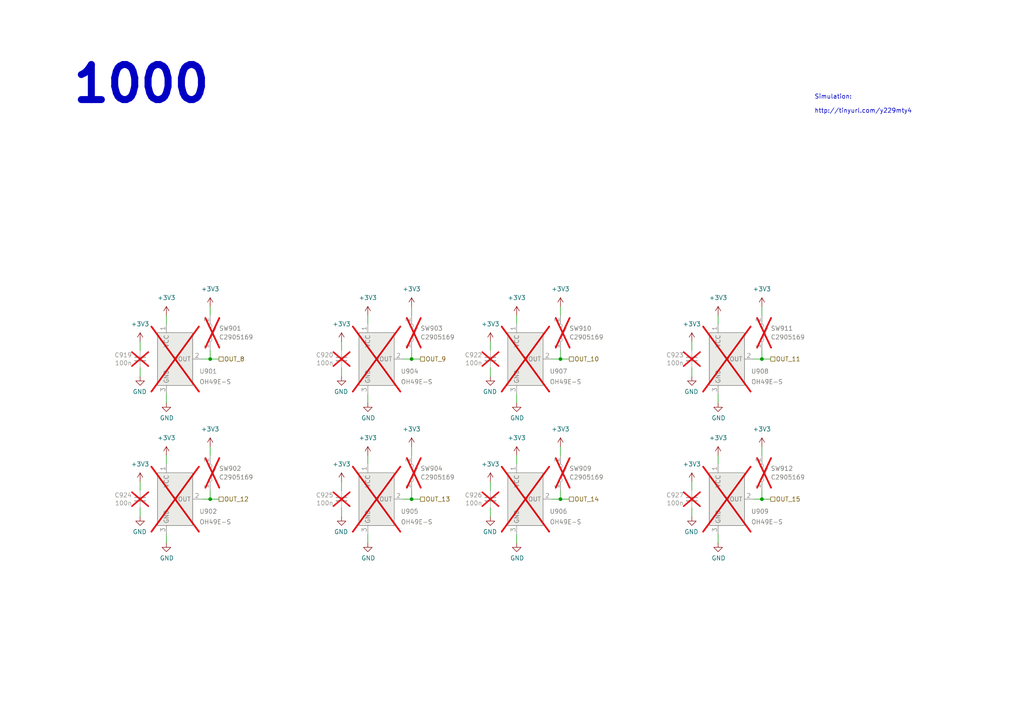
<source format=kicad_sch>
(kicad_sch (version 20250114) (generator "eeschema") (generator_version "9.0")
  (paper "A4")
  (lib_symbols
    (symbol "+3V3_1" (power) (pin_names (offset 0))
      (property "Value" "+3V3" (at 0 3.556 0))
      (symbol "+3V3_1_0_1"
        (polyline (pts (xy -0.762 1.27) (xy 0 2.54)))
        (polyline (pts (xy 0 2.54) (xy 0.762 1.27)))
        (polyline (pts (xy 0 0) (xy 0 2.54)))
      )
      (symbol "+3V3_1_1_1"
        (pin power_in line (at 0 0 90) (length 0) (hide yes) (name "+3V3") (number "1"))
      )
    )
    (symbol "+3V3_10" (power) (pin_names (offset 0))
      (property "Value" "+3V3" (at 0 3.556 0))
      (symbol "+3V3_10_0_1"
        (polyline (pts (xy -0.762 1.27) (xy 0 2.54)))
        (polyline (pts (xy 0 2.54) (xy 0.762 1.27)))
        (polyline (pts (xy 0 0) (xy 0 2.54)))
      )
      (symbol "+3V3_10_1_1"
        (pin power_in line (at 0 0 90) (length 0) (hide yes) (name "+3V3") (number "1"))
      )
    )
    (symbol "+3V3_11" (power) (pin_names (offset 0))
      (property "Value" "+3V3" (at 0 3.556 0))
      (symbol "+3V3_11_0_1"
        (polyline (pts (xy -0.762 1.27) (xy 0 2.54)))
        (polyline (pts (xy 0 2.54) (xy 0.762 1.27)))
        (polyline (pts (xy 0 0) (xy 0 2.54)))
      )
      (symbol "+3V3_11_1_1"
        (pin power_in line (at 0 0 90) (length 0) (hide yes) (name "+3V3") (number "1"))
      )
    )
    (symbol "+3V3_12" (power) (pin_names (offset 0))
      (property "Value" "+3V3" (at 0 3.556 0))
      (symbol "+3V3_12_0_1"
        (polyline (pts (xy -0.762 1.27) (xy 0 2.54)))
        (polyline (pts (xy 0 2.54) (xy 0.762 1.27)))
        (polyline (pts (xy 0 0) (xy 0 2.54)))
      )
      (symbol "+3V3_12_1_1"
        (pin power_in line (at 0 0 90) (length 0) (hide yes) (name "+3V3") (number "1"))
      )
    )
    (symbol "+3V3_13" (power) (pin_names (offset 0))
      (property "Value" "+3V3" (at 0 3.556 0))
      (symbol "+3V3_13_0_1"
        (polyline (pts (xy -0.762 1.27) (xy 0 2.54)))
        (polyline (pts (xy 0 2.54) (xy 0.762 1.27)))
        (polyline (pts (xy 0 0) (xy 0 2.54)))
      )
      (symbol "+3V3_13_1_1"
        (pin power_in line (at 0 0 90) (length 0) (hide yes) (name "+3V3") (number "1"))
      )
    )
    (symbol "+3V3_14" (power) (pin_names (offset 0))
      (property "Value" "+3V3" (at 0 3.556 0))
      (symbol "+3V3_14_0_1"
        (polyline (pts (xy -0.762 1.27) (xy 0 2.54)))
        (polyline (pts (xy 0 2.54) (xy 0.762 1.27)))
        (polyline (pts (xy 0 0) (xy 0 2.54)))
      )
      (symbol "+3V3_14_1_1"
        (pin power_in line (at 0 0 90) (length 0) (hide yes) (name "+3V3") (number "1"))
      )
    )
    (symbol "+3V3_15" (power) (pin_names (offset 0))
      (property "Value" "+3V3" (at 0 3.556 0))
      (symbol "+3V3_15_0_1"
        (polyline (pts (xy -0.762 1.27) (xy 0 2.54)))
        (polyline (pts (xy 0 2.54) (xy 0.762 1.27)))
        (polyline (pts (xy 0 0) (xy 0 2.54)))
      )
      (symbol "+3V3_15_1_1"
        (pin power_in line (at 0 0 90) (length 0) (hide yes) (name "+3V3") (number "1"))
      )
    )
    (symbol "+3V3_16" (power) (pin_names (offset 0))
      (property "Value" "+3V3" (at 0 3.556 0))
      (symbol "+3V3_16_0_1"
        (polyline (pts (xy -0.762 1.27) (xy 0 2.54)))
        (polyline (pts (xy 0 2.54) (xy 0.762 1.27)))
        (polyline (pts (xy 0 0) (xy 0 2.54)))
      )
      (symbol "+3V3_16_1_1"
        (pin power_in line (at 0 0 90) (length 0) (hide yes) (name "+3V3") (number "1"))
      )
    )
    (symbol "+3V3_17" (power) (pin_names (offset 0))
      (property "Value" "+3V3" (at 0 3.556 0))
      (symbol "+3V3_17_0_1"
        (polyline (pts (xy -0.762 1.27) (xy 0 2.54)))
        (polyline (pts (xy 0 2.54) (xy 0.762 1.27)))
        (polyline (pts (xy 0 0) (xy 0 2.54)))
      )
      (symbol "+3V3_17_1_1"
        (pin power_in line (at 0 0 90) (length 0) (hide yes) (name "+3V3") (number "1"))
      )
    )
    (symbol "+3V3_18" (power) (pin_names (offset 0))
      (property "Value" "+3V3" (at 0 3.556 0))
      (symbol "+3V3_18_0_1"
        (polyline (pts (xy -0.762 1.27) (xy 0 2.54)))
        (polyline (pts (xy 0 2.54) (xy 0.762 1.27)))
        (polyline (pts (xy 0 0) (xy 0 2.54)))
      )
      (symbol "+3V3_18_1_1"
        (pin power_in line (at 0 0 90) (length 0) (hide yes) (name "+3V3") (number "1"))
      )
    )
    (symbol "+3V3_19" (power) (pin_names (offset 0))
      (property "Value" "+3V3" (at 0 3.556 0))
      (symbol "+3V3_19_0_1"
        (polyline (pts (xy -0.762 1.27) (xy 0 2.54)))
        (polyline (pts (xy 0 2.54) (xy 0.762 1.27)))
        (polyline (pts (xy 0 0) (xy 0 2.54)))
      )
      (symbol "+3V3_19_1_1"
        (pin power_in line (at 0 0 90) (length 0) (hide yes) (name "+3V3") (number "1"))
      )
    )
    (symbol "+3V3_2" (power) (pin_names (offset 0))
      (property "Value" "+3V3" (at 0 3.556 0))
      (symbol "+3V3_2_0_1"
        (polyline (pts (xy -0.762 1.27) (xy 0 2.54)))
        (polyline (pts (xy 0 2.54) (xy 0.762 1.27)))
        (polyline (pts (xy 0 0) (xy 0 2.54)))
      )
      (symbol "+3V3_2_1_1"
        (pin power_in line (at 0 0 90) (length 0) (hide yes) (name "+3V3") (number "1"))
      )
    )
    (symbol "+3V3_20" (power) (pin_names (offset 0))
      (property "Value" "+3V3" (at 0 3.556 0))
      (symbol "+3V3_20_0_1"
        (polyline (pts (xy -0.762 1.27) (xy 0 2.54)))
        (polyline (pts (xy 0 2.54) (xy 0.762 1.27)))
        (polyline (pts (xy 0 0) (xy 0 2.54)))
      )
      (symbol "+3V3_20_1_1"
        (pin power_in line (at 0 0 90) (length 0) (hide yes) (name "+3V3") (number "1"))
      )
    )
    (symbol "+3V3_21" (power) (pin_names (offset 0))
      (property "Value" "+3V3" (at 0 3.556 0))
      (symbol "+3V3_21_0_1"
        (polyline (pts (xy -0.762 1.27) (xy 0 2.54)))
        (polyline (pts (xy 0 2.54) (xy 0.762 1.27)))
        (polyline (pts (xy 0 0) (xy 0 2.54)))
      )
      (symbol "+3V3_21_1_1"
        (pin power_in line (at 0 0 90) (length 0) (hide yes) (name "+3V3") (number "1"))
      )
    )
    (symbol "+3V3_22" (power) (pin_names (offset 0))
      (property "Value" "+3V3" (at 0 3.556 0))
      (symbol "+3V3_22_0_1"
        (polyline (pts (xy -0.762 1.27) (xy 0 2.54)))
        (polyline (pts (xy 0 2.54) (xy 0.762 1.27)))
        (polyline (pts (xy 0 0) (xy 0 2.54)))
      )
      (symbol "+3V3_22_1_1"
        (pin power_in line (at 0 0 90) (length 0) (hide yes) (name "+3V3") (number "1"))
      )
    )
    (symbol "+3V3_23" (power) (pin_names (offset 0))
      (property "Value" "+3V3" (at 0 3.556 0))
      (symbol "+3V3_23_0_1"
        (polyline (pts (xy -0.762 1.27) (xy 0 2.54)))
        (polyline (pts (xy 0 2.54) (xy 0.762 1.27)))
        (polyline (pts (xy 0 0) (xy 0 2.54)))
      )
      (symbol "+3V3_23_1_1"
        (pin power_in line (at 0 0 90) (length 0) (hide yes) (name "+3V3") (number "1"))
      )
    )
    (symbol "+3V3_3" (power) (pin_names (offset 0))
      (property "Value" "+3V3" (at 0 3.556 0))
      (symbol "+3V3_3_0_1"
        (polyline (pts (xy -0.762 1.27) (xy 0 2.54)))
        (polyline (pts (xy 0 2.54) (xy 0.762 1.27)))
        (polyline (pts (xy 0 0) (xy 0 2.54)))
      )
      (symbol "+3V3_3_1_1"
        (pin power_in line (at 0 0 90) (length 0) (hide yes) (name "+3V3") (number "1"))
      )
    )
    (symbol "+3V3_4" (power) (pin_names (offset 0))
      (property "Value" "+3V3" (at 0 3.556 0))
      (symbol "+3V3_4_0_1"
        (polyline (pts (xy -0.762 1.27) (xy 0 2.54)))
        (polyline (pts (xy 0 2.54) (xy 0.762 1.27)))
        (polyline (pts (xy 0 0) (xy 0 2.54)))
      )
      (symbol "+3V3_4_1_1"
        (pin power_in line (at 0 0 90) (length 0) (hide yes) (name "+3V3") (number "1"))
      )
    )
    (symbol "+3V3_5" (power) (pin_names (offset 0))
      (property "Value" "+3V3" (at 0 3.556 0))
      (symbol "+3V3_5_0_1"
        (polyline (pts (xy -0.762 1.27) (xy 0 2.54)))
        (polyline (pts (xy 0 2.54) (xy 0.762 1.27)))
        (polyline (pts (xy 0 0) (xy 0 2.54)))
      )
      (symbol "+3V3_5_1_1"
        (pin power_in line (at 0 0 90) (length 0) (hide yes) (name "+3V3") (number "1"))
      )
    )
    (symbol "+3V3_6" (power) (pin_names (offset 0))
      (property "Value" "+3V3" (at 0 3.556 0))
      (symbol "+3V3_6_0_1"
        (polyline (pts (xy -0.762 1.27) (xy 0 2.54)))
        (polyline (pts (xy 0 2.54) (xy 0.762 1.27)))
        (polyline (pts (xy 0 0) (xy 0 2.54)))
      )
      (symbol "+3V3_6_1_1"
        (pin power_in line (at 0 0 90) (length 0) (hide yes) (name "+3V3") (number "1"))
      )
    )
    (symbol "+3V3_7" (power) (pin_names (offset 0))
      (property "Value" "+3V3" (at 0 3.556 0))
      (symbol "+3V3_7_0_1"
        (polyline (pts (xy -0.762 1.27) (xy 0 2.54)))
        (polyline (pts (xy 0 2.54) (xy 0.762 1.27)))
        (polyline (pts (xy 0 0) (xy 0 2.54)))
      )
      (symbol "+3V3_7_1_1"
        (pin power_in line (at 0 0 90) (length 0) (hide yes) (name "+3V3") (number "1"))
      )
    )
    (symbol "+3V3_8" (power) (pin_names (offset 0))
      (property "Value" "+3V3" (at 0 3.556 0))
      (symbol "+3V3_8_0_1"
        (polyline (pts (xy -0.762 1.27) (xy 0 2.54)))
        (polyline (pts (xy 0 2.54) (xy 0.762 1.27)))
        (polyline (pts (xy 0 0) (xy 0 2.54)))
      )
      (symbol "+3V3_8_1_1"
        (pin power_in line (at 0 0 90) (length 0) (hide yes) (name "+3V3") (number "1"))
      )
    )
    (symbol "+3V3_9" (power) (pin_names (offset 0))
      (property "Value" "+3V3" (at 0 3.556 0))
      (symbol "+3V3_9_0_1"
        (polyline (pts (xy -0.762 1.27) (xy 0 2.54)))
        (polyline (pts (xy 0 2.54) (xy 0.762 1.27)))
        (polyline (pts (xy 0 0) (xy 0 2.54)))
      )
      (symbol "+3V3_9_1_1"
        (pin power_in line (at 0 0 90) (length 0) (hide yes) (name "+3V3") (number "1"))
      )
    )
    (symbol "CAP_1" (pin_numbers (hide yes)) (pin_names (offset 0.254) (hide yes))
      (property "Reference" "C" (at 0.254 1.778 0))
      (symbol "CAP_1_0_1"
        (polyline (pts (xy -1.524 0.508) (xy 1.524 0.508)) (stroke (width 0.3048)))
        (polyline (pts (xy -1.524 -0.508) (xy 1.524 -0.508)) (stroke (width 0.3302)))
      )
      (symbol "CAP_1_1_1"
        (pin passive line (at 0 2.54 270) (length 2.032) (name "~") (number "1"))
        (pin passive line (at 0 -2.54 90) (length 2.032) (name "~") (number "2"))
      )
    )
    (symbol "CAP_2" (pin_numbers (hide yes)) (pin_names (offset 0.254) (hide yes))
      (property "Reference" "C" (at 0.254 1.778 0))
      (symbol "CAP_2_0_1"
        (polyline (pts (xy -1.524 0.508) (xy 1.524 0.508)) (stroke (width 0.3048)))
        (polyline (pts (xy -1.524 -0.508) (xy 1.524 -0.508)) (stroke (width 0.3302)))
      )
      (symbol "CAP_2_1_1"
        (pin passive line (at 0 2.54 270) (length 2.032) (name "~") (number "1"))
        (pin passive line (at 0 -2.54 90) (length 2.032) (name "~") (number "2"))
      )
    )
    (symbol "CAP_3" (pin_numbers (hide yes)) (pin_names (offset 0.254) (hide yes))
      (property "Reference" "C" (at 0.254 1.778 0))
      (symbol "CAP_3_0_1"
        (polyline (pts (xy -1.524 0.508) (xy 1.524 0.508)) (stroke (width 0.3048)))
        (polyline (pts (xy -1.524 -0.508) (xy 1.524 -0.508)) (stroke (width 0.3302)))
      )
      (symbol "CAP_3_1_1"
        (pin passive line (at 0 2.54 270) (length 2.032) (name "~") (number "1"))
        (pin passive line (at 0 -2.54 90) (length 2.032) (name "~") (number "2"))
      )
    )
    (symbol "CAP_4" (pin_numbers (hide yes)) (pin_names (offset 0.254) (hide yes))
      (property "Reference" "C" (at 0.254 1.778 0))
      (symbol "CAP_4_0_1"
        (polyline (pts (xy -1.524 0.508) (xy 1.524 0.508)) (stroke (width 0.3048)))
        (polyline (pts (xy -1.524 -0.508) (xy 1.524 -0.508)) (stroke (width 0.3302)))
      )
      (symbol "CAP_4_1_1"
        (pin passive line (at 0 2.54 270) (length 2.032) (name "~") (number "1"))
        (pin passive line (at 0 -2.54 90) (length 2.032) (name "~") (number "2"))
      )
    )
    (symbol "CAP_5" (pin_numbers (hide yes)) (pin_names (offset 0.254) (hide yes))
      (property "Reference" "C" (at 0.254 1.778 0))
      (symbol "CAP_5_0_1"
        (polyline (pts (xy -1.524 0.508) (xy 1.524 0.508)) (stroke (width 0.3048)))
        (polyline (pts (xy -1.524 -0.508) (xy 1.524 -0.508)) (stroke (width 0.3302)))
      )
      (symbol "CAP_5_1_1"
        (pin passive line (at 0 2.54 270) (length 2.032) (name "~") (number "1"))
        (pin passive line (at 0 -2.54 90) (length 2.032) (name "~") (number "2"))
      )
    )
    (symbol "CAP_6" (pin_numbers (hide yes)) (pin_names (offset 0.254) (hide yes))
      (property "Reference" "C" (at 0.254 1.778 0))
      (symbol "CAP_6_0_1"
        (polyline (pts (xy -1.524 0.508) (xy 1.524 0.508)) (stroke (width 0.3048)))
        (polyline (pts (xy -1.524 -0.508) (xy 1.524 -0.508)) (stroke (width 0.3302)))
      )
      (symbol "CAP_6_1_1"
        (pin passive line (at 0 2.54 270) (length 2.032) (name "~") (number "1"))
        (pin passive line (at 0 -2.54 90) (length 2.032) (name "~") (number "2"))
      )
    )
    (symbol "CAP_7" (pin_numbers (hide yes)) (pin_names (offset 0.254) (hide yes))
      (property "Reference" "C" (at 0.254 1.778 0))
      (symbol "CAP_7_0_1"
        (polyline (pts (xy -1.524 0.508) (xy 1.524 0.508)) (stroke (width 0.3048)))
        (polyline (pts (xy -1.524 -0.508) (xy 1.524 -0.508)) (stroke (width 0.3302)))
      )
      (symbol "CAP_7_1_1"
        (pin passive line (at 0 2.54 270) (length 2.032) (name "~") (number "1"))
        (pin passive line (at 0 -2.54 90) (length 2.032) (name "~") (number "2"))
      )
    )
    (symbol "GND_1" (power) (pin_names (offset 0))
      (property "Value" "GND" (at 0 -3.81 0))
      (symbol "GND_1_0_1"
        (polyline (pts (xy 0 0) (xy 0 -1.27) (xy 1.27 -1.27) (xy 0 -2.54) (xy -1.27 -1.27) (xy 0 -1.27)))
      )
      (symbol "GND_1_1_1"
        (pin power_in line (at 0 0 270) (length 0) (hide yes) (name "GND") (number "1"))
      )
    )
    (symbol "GND_10" (power) (pin_names (offset 0))
      (property "Value" "GND" (at 0 -3.81 0))
      (symbol "GND_10_0_1"
        (polyline (pts (xy 0 0) (xy 0 -1.27) (xy 1.27 -1.27) (xy 0 -2.54) (xy -1.27 -1.27) (xy 0 -1.27)))
      )
      (symbol "GND_10_1_1"
        (pin power_in line (at 0 0 270) (length 0) (hide yes) (name "GND") (number "1"))
      )
    )
    (symbol "GND_11" (power) (pin_names (offset 0))
      (property "Value" "GND" (at 0 -3.81 0))
      (symbol "GND_11_0_1"
        (polyline (pts (xy 0 0) (xy 0 -1.27) (xy 1.27 -1.27) (xy 0 -2.54) (xy -1.27 -1.27) (xy 0 -1.27)))
      )
      (symbol "GND_11_1_1"
        (pin power_in line (at 0 0 270) (length 0) (hide yes) (name "GND") (number "1"))
      )
    )
    (symbol "GND_12" (power) (pin_names (offset 0))
      (property "Value" "GND" (at 0 -3.81 0))
      (symbol "GND_12_0_1"
        (polyline (pts (xy 0 0) (xy 0 -1.27) (xy 1.27 -1.27) (xy 0 -2.54) (xy -1.27 -1.27) (xy 0 -1.27)))
      )
      (symbol "GND_12_1_1"
        (pin power_in line (at 0 0 270) (length 0) (hide yes) (name "GND") (number "1"))
      )
    )
    (symbol "GND_13" (power) (pin_names (offset 0))
      (property "Value" "GND" (at 0 -3.81 0))
      (symbol "GND_13_0_1"
        (polyline (pts (xy 0 0) (xy 0 -1.27) (xy 1.27 -1.27) (xy 0 -2.54) (xy -1.27 -1.27) (xy 0 -1.27)))
      )
      (symbol "GND_13_1_1"
        (pin power_in line (at 0 0 270) (length 0) (hide yes) (name "GND") (number "1"))
      )
    )
    (symbol "GND_14" (power) (pin_names (offset 0))
      (property "Value" "GND" (at 0 -3.81 0))
      (symbol "GND_14_0_1"
        (polyline (pts (xy 0 0) (xy 0 -1.27) (xy 1.27 -1.27) (xy 0 -2.54) (xy -1.27 -1.27) (xy 0 -1.27)))
      )
      (symbol "GND_14_1_1"
        (pin power_in line (at 0 0 270) (length 0) (hide yes) (name "GND") (number "1"))
      )
    )
    (symbol "GND_15" (power) (pin_names (offset 0))
      (property "Value" "GND" (at 0 -3.81 0))
      (symbol "GND_15_0_1"
        (polyline (pts (xy 0 0) (xy 0 -1.27) (xy 1.27 -1.27) (xy 0 -2.54) (xy -1.27 -1.27) (xy 0 -1.27)))
      )
      (symbol "GND_15_1_1"
        (pin power_in line (at 0 0 270) (length 0) (hide yes) (name "GND") (number "1"))
      )
    )
    (symbol "GND_2" (power) (pin_names (offset 0))
      (property "Value" "GND" (at 0 -3.81 0))
      (symbol "GND_2_0_1"
        (polyline (pts (xy 0 0) (xy 0 -1.27) (xy 1.27 -1.27) (xy 0 -2.54) (xy -1.27 -1.27) (xy 0 -1.27)))
      )
      (symbol "GND_2_1_1"
        (pin power_in line (at 0 0 270) (length 0) (hide yes) (name "GND") (number "1"))
      )
    )
    (symbol "GND_3" (power) (pin_names (offset 0))
      (property "Value" "GND" (at 0 -3.81 0))
      (symbol "GND_3_0_1"
        (polyline (pts (xy 0 0) (xy 0 -1.27) (xy 1.27 -1.27) (xy 0 -2.54) (xy -1.27 -1.27) (xy 0 -1.27)))
      )
      (symbol "GND_3_1_1"
        (pin power_in line (at 0 0 270) (length 0) (hide yes) (name "GND") (number "1"))
      )
    )
    (symbol "GND_4" (power) (pin_names (offset 0))
      (property "Value" "GND" (at 0 -3.81 0))
      (symbol "GND_4_0_1"
        (polyline (pts (xy 0 0) (xy 0 -1.27) (xy 1.27 -1.27) (xy 0 -2.54) (xy -1.27 -1.27) (xy 0 -1.27)))
      )
      (symbol "GND_4_1_1"
        (pin power_in line (at 0 0 270) (length 0) (hide yes) (name "GND") (number "1"))
      )
    )
    (symbol "GND_5" (power) (pin_names (offset 0))
      (property "Value" "GND" (at 0 -3.81 0))
      (symbol "GND_5_0_1"
        (polyline (pts (xy 0 0) (xy 0 -1.27) (xy 1.27 -1.27) (xy 0 -2.54) (xy -1.27 -1.27) (xy 0 -1.27)))
      )
      (symbol "GND_5_1_1"
        (pin power_in line (at 0 0 270) (length 0) (hide yes) (name "GND") (number "1"))
      )
    )
    (symbol "GND_6" (power) (pin_names (offset 0))
      (property "Value" "GND" (at 0 -3.81 0))
      (symbol "GND_6_0_1"
        (polyline (pts (xy 0 0) (xy 0 -1.27) (xy 1.27 -1.27) (xy 0 -2.54) (xy -1.27 -1.27) (xy 0 -1.27)))
      )
      (symbol "GND_6_1_1"
        (pin power_in line (at 0 0 270) (length 0) (hide yes) (name "GND") (number "1"))
      )
    )
    (symbol "GND_7" (power) (pin_names (offset 0))
      (property "Value" "GND" (at 0 -3.81 0))
      (symbol "GND_7_0_1"
        (polyline (pts (xy 0 0) (xy 0 -1.27) (xy 1.27 -1.27) (xy 0 -2.54) (xy -1.27 -1.27) (xy 0 -1.27)))
      )
      (symbol "GND_7_1_1"
        (pin power_in line (at 0 0 270) (length 0) (hide yes) (name "GND") (number "1"))
      )
    )
    (symbol "GND_8" (power) (pin_names (offset 0))
      (property "Value" "GND" (at 0 -3.81 0))
      (symbol "GND_8_0_1"
        (polyline (pts (xy 0 0) (xy 0 -1.27) (xy 1.27 -1.27) (xy 0 -2.54) (xy -1.27 -1.27) (xy 0 -1.27)))
      )
      (symbol "GND_8_1_1"
        (pin power_in line (at 0 0 270) (length 0) (hide yes) (name "GND") (number "1"))
      )
    )
    (symbol "GND_9" (power) (pin_names (offset 0))
      (property "Value" "GND" (at 0 -3.81 0))
      (symbol "GND_9_0_1"
        (polyline (pts (xy 0 0) (xy 0 -1.27) (xy 1.27 -1.27) (xy 0 -2.54) (xy -1.27 -1.27) (xy 0 -1.27)))
      )
      (symbol "GND_9_1_1"
        (pin power_in line (at 0 0 270) (length 0) (hide yes) (name "GND") (number "1"))
      )
    )
    (symbol "Sensor_Magnetic:A1301KLHLT-T"
      (property "Reference" "U" (at 0 11.43 0))
      (property "Value" "A1301KLHLT-T" (at 0 8.89 0))
      (symbol "A1301KLHLT-T_0_1"
        (rectangle (start -5.08 7.62) (end 5.08 -7.62) (stroke (width 0.254)) (fill (type background)))
      )
      (symbol "A1301KLHLT-T_1_1"
        (pin power_in line (at -2.54 10.16 270) (length 2.54) (name "VCC") (number "1"))
        (pin power_in line (at -2.54 -10.16 90) (length 2.54) (name "GND") (number "3"))
        (pin output line (at 7.62 0 180) (length 2.54) (name "VOUT") (number "2"))
      )
    )
    (symbol "Switch:SW_SPST" (pin_names (offset 0) (hide yes))
      (property "Reference" "SW" (at 0 3.175 0))
      (property "Value" "SW_SPST" (at 0 -2.54 0))
      (symbol "SW_SPST_0_0"
        (circle (center -2.032 0) (radius 0.508))
        (polyline (pts (xy -1.524 0.254) (xy 1.524 1.778)))
        (circle (center 2.032 0) (radius 0.508))
      )
      (symbol "SW_SPST_1_1"
        (pin passive line (at -5.08 0 0) (length 2.54) (name "A") (number "1"))
        (pin passive line (at 5.08 0 180) (length 2.54) (name "B") (number "2"))
      )
    )
    (symbol "power:+3V3" (power) (pin_names (offset 0))
      (property "Value" "+3V3" (at 0 3.556 0))
      (symbol "+3V3_0_1"
        (polyline (pts (xy -0.762 1.27) (xy 0 2.54)))
        (polyline (pts (xy 0 2.54) (xy 0.762 1.27)))
        (polyline (pts (xy 0 0) (xy 0 2.54)))
      )
      (symbol "+3V3_1_1"
        (pin power_in line (at 0 0 90) (length 0) (hide yes) (name "+3V3") (number "1"))
      )
    )
    (symbol "power:GND" (power) (pin_names (offset 0))
      (property "Value" "GND" (at 0 -3.81 0))
      (symbol "GND_0_1"
        (polyline (pts (xy 0 0) (xy 0 -1.27) (xy 1.27 -1.27) (xy 0 -2.54) (xy -1.27 -1.27) (xy 0 -1.27)))
      )
      (symbol "GND_1_1"
        (pin power_in line (at 0 0 270) (length 0) (hide yes) (name "GND") (number "1"))
      )
    )
    (symbol "suku_basics:CAP" (pin_numbers (hide yes)) (pin_names (offset 0.254) (hide yes))
      (property "Reference" "C" (at 0.254 1.778 0))
      (symbol "CAP_0_1"
        (polyline (pts (xy -1.524 0.508) (xy 1.524 0.508)) (stroke (width 0.3048)))
        (polyline (pts (xy -1.524 -0.508) (xy 1.524 -0.508)) (stroke (width 0.3302)))
      )
      (symbol "CAP_1_1"
        (pin passive line (at 0 2.54 270) (length 2.032) (name "~") (number "1"))
        (pin passive line (at 0 -2.54 90) (length 2.032) (name "~") (number "2"))
      )
    )
  )
  (text "1000" (at 20.32 30.48 0) (effects (font (size 10.16 10.16) (thickness 2.032) (bold yes)) (justify left bottom)))
  (text "Simulation:\n\nhttp://tinyurl.com/y229mty4" (at 236.22 33.02 0) (effects (font (size 1.27 1.27)) (justify left bottom)))
  (junction (at 119.38 144.78))
  (junction (at 119.38 104.14))
  (junction (at 220.98 104.14))
  (junction (at 162.56 144.78))
  (junction (at 162.56 104.14))
  (junction (at 60.96 104.14))
  (junction (at 220.98 144.78))
  (junction (at 60.96 144.78))
  (wire (pts (xy 220.98 142.24) (xy 220.98 144.78)))
  (wire (pts (xy 162.56 88.9) (xy 162.56 91.44)))
  (wire (pts (xy 160.02 144.78) (xy 162.56 144.78)))
  (wire (pts (xy 200.66 149.86) (xy 200.66 147.32)))
  (wire (pts (xy 48.26 154.94) (xy 48.26 157.48)))
  (wire (pts (xy 208.28 132.08) (xy 208.28 134.62)))
  (wire (pts (xy 99.06 139.7) (xy 99.06 142.24)))
  (wire (pts (xy 119.38 88.9) (xy 119.38 91.44)))
  (wire (pts (xy 162.56 104.14) (xy 165.1 104.14)))
  (wire (pts (xy 208.28 114.3) (xy 208.28 116.84)))
  (wire (pts (xy 218.44 104.14) (xy 220.98 104.14)))
  (wire (pts (xy 60.96 144.78) (xy 63.5 144.78)))
  (wire (pts (xy 40.64 139.7) (xy 40.64 142.24)))
  (wire (pts (xy 149.86 154.94) (xy 149.86 157.48)))
  (wire (pts (xy 208.28 154.94) (xy 208.28 157.48)))
  (wire (pts (xy 149.86 132.08) (xy 149.86 134.62)))
  (wire (pts (xy 58.42 144.78) (xy 60.96 144.78)))
  (wire (pts (xy 149.86 91.44) (xy 149.86 93.98)))
  (wire (pts (xy 220.98 144.78) (xy 223.52 144.78)))
  (wire (pts (xy 48.26 114.3) (xy 48.26 116.84)))
  (wire (pts (xy 119.38 129.54) (xy 119.38 132.08)))
  (wire (pts (xy 60.96 88.9) (xy 60.96 91.44)))
  (wire (pts (xy 220.98 88.9) (xy 220.98 91.44)))
  (wire (pts (xy 40.64 149.86) (xy 40.64 147.32)))
  (wire (pts (xy 220.98 101.6) (xy 220.98 104.14)))
  (wire (pts (xy 60.96 101.6) (xy 60.96 104.14)))
  (wire (pts (xy 119.38 101.6) (xy 119.38 104.14)))
  (wire (pts (xy 116.84 104.14) (xy 119.38 104.14)))
  (wire (pts (xy 116.84 144.78) (xy 119.38 144.78)))
  (wire (pts (xy 200.66 109.22) (xy 200.66 106.68)))
  (wire (pts (xy 60.96 129.54) (xy 60.96 132.08)))
  (wire (pts (xy 142.24 99.06) (xy 142.24 101.6)))
  (wire (pts (xy 119.38 144.78) (xy 121.92 144.78)))
  (wire (pts (xy 200.66 99.06) (xy 200.66 101.6)))
  (wire (pts (xy 142.24 109.22) (xy 142.24 106.68)))
  (wire (pts (xy 119.38 142.24) (xy 119.38 144.78)))
  (wire (pts (xy 40.64 109.22) (xy 40.64 106.68)))
  (wire (pts (xy 160.02 104.14) (xy 162.56 104.14)))
  (wire (pts (xy 99.06 149.86) (xy 99.06 147.32)))
  (wire (pts (xy 58.42 104.14) (xy 60.96 104.14)))
  (wire (pts (xy 60.96 104.14) (xy 63.5 104.14)))
  (wire (pts (xy 200.66 139.7) (xy 200.66 142.24)))
  (wire (pts (xy 48.26 132.08) (xy 48.26 134.62)))
  (wire (pts (xy 162.56 142.24) (xy 162.56 144.78)))
  (wire (pts (xy 162.56 144.78) (xy 165.1 144.78)))
  (wire (pts (xy 40.64 99.06) (xy 40.64 101.6)))
  (wire (pts (xy 48.26 91.44) (xy 48.26 93.98)))
  (wire (pts (xy 60.96 142.24) (xy 60.96 144.78)))
  (wire (pts (xy 220.98 104.14) (xy 223.52 104.14)))
  (wire (pts (xy 106.68 132.08) (xy 106.68 134.62)))
  (wire (pts (xy 106.68 154.94) (xy 106.68 157.48)))
  (wire (pts (xy 218.44 144.78) (xy 220.98 144.78)))
  (wire (pts (xy 106.68 114.3) (xy 106.68 116.84)))
  (wire (pts (xy 99.06 99.06) (xy 99.06 101.6)))
  (wire (pts (xy 220.98 129.54) (xy 220.98 132.08)))
  (wire (pts (xy 162.56 101.6) (xy 162.56 104.14)))
  (wire (pts (xy 106.68 91.44) (xy 106.68 93.98)))
  (wire (pts (xy 162.56 129.54) (xy 162.56 132.08)))
  (wire (pts (xy 99.06 109.22) (xy 99.06 106.68)))
  (wire (pts (xy 208.28 91.44) (xy 208.28 93.98)))
  (wire (pts (xy 149.86 114.3) (xy 149.86 116.84)))
  (wire (pts (xy 119.38 104.14) (xy 121.92 104.14)))
  (wire (pts (xy 142.24 149.86) (xy 142.24 147.32)))
  (wire (pts (xy 142.24 139.7) (xy 142.24 142.24)))
  (hierarchical_label "OUT_13" (shape passive) (at 121.92 144.78 0))
  (hierarchical_label "OUT_12" (shape passive) (at 63.5 144.78 0))
  (hierarchical_label "OUT_11" (shape passive) (at 223.52 104.14 0))
  (hierarchical_label "OUT_10" (shape passive) (at 165.1 104.14 0))
  (hierarchical_label "OUT_9" (shape passive) (at 121.92 104.14 0))
  (hierarchical_label "OUT_8" (shape passive) (at 63.5 104.14 0))
  (hierarchical_label "OUT_14" (shape passive) (at 165.1 144.78 0))
  (hierarchical_label "OUT_15" (shape passive) (at 223.52 144.78 0))
  (symbol (lib_name "+3V3_22") (lib_id "power:+3V3") (at 200.66 139.7 0) (unit 1)
    (property "Reference" "#PWR01044" (effects (hide yes)))
    (property "Value" "+3V3" (at 200.66 134.62 0))
  )
  (symbol (lib_name "GND_12") (lib_id "power:GND") (at 208.28 116.84 0) (unit 1)
    (property "Reference" "#PWR0998" (effects (hide yes)))
    (property "Value" "GND" (at 208.407 121.2342 0))
  )
  (symbol (lib_id "Switch:SW_SPST") (at 119.38 137.16 270) (mirror x) (unit 1) (in_bom no) (on_board no) (dnp yes)
    (property "Reference" "SW904" (at 121.92 135.8899 90) (effects (justify left)))
    (property "Value" "C2905169" (at 121.92 138.4299 90) (effects (justify left)))
    (property "Footprint" "suku_basics:gateron-low-profile" (effects (hide yes)))
  )
  (symbol (lib_name "+3V3_20") (lib_id "power:+3V3") (at 149.86 132.08 0) (unit 1)
    (property "Reference" "#PWR01031" (effects (hide yes)))
    (property "Value" "+3V3" (at 149.86 127 0))
  )
  (symbol (lib_name "+3V3_21") (lib_id "power:+3V3") (at 60.96 129.54 0) (unit 1)
    (property "Reference" "#PWR0978" (effects (hide yes)))
    (property "Value" "+3V3" (at 60.96 124.46 0))
  )
  (symbol (lib_id "suku_basics:CAP") (at 142.24 144.78 0) (mirror y) (unit 1) (in_bom no) (on_board no) (dnp yes)
    (property "Reference" "C926" (at 139.9032 143.6116 0) (effects (justify left)))
    (property "Value" "100n" (at 139.9032 145.923 0) (effects (justify left)))
    (property "Footprint" "suku_basics:CAP_0402" (effects (hide yes)))
  )
  (symbol (lib_name "+3V3_19") (lib_id "power:+3V3") (at 48.26 132.08 0) (unit 1)
    (property "Reference" "#PWR0999" (effects (hide yes)))
    (property "Value" "+3V3" (at 48.26 127 0))
  )
  (symbol (lib_name "+3V3_18") (lib_id "power:+3V3") (at 60.96 88.9 0) (unit 1)
    (property "Reference" "#PWR0963" (effects (hide yes)))
    (property "Value" "+3V3" (at 60.96 83.82 0))
  )
  (symbol (lib_name "+3V3_17") (lib_id "power:+3V3") (at 208.28 132.08 0) (unit 1)
    (property "Reference" "#PWR01043" (effects (hide yes)))
    (property "Value" "+3V3" (at 208.28 127 0))
  )
  (symbol (lib_id "Sensor_Magnetic:A1301KLHLT-T") (at 210.82 104.14 0) (unit 1) (in_bom no) (on_board no) (dnp yes)
    (property "Reference" "U908" (at 223.012 107.696 0) (effects (justify right)))
    (property "Value" "OH49E-S" (at 227.076 110.744 0) (effects (justify right)))
    (property "Footprint" "suku_basics:SOT-23W" (effects (hide yes)))
    (property "Datasheet" "http://www.allegromicro.com/~/media/Files/Datasheets/A1301-2-Datasheet.ashx" (effects (hide yes)))
    (property "Part" "C85573" (effects (hide yes)))
  )
  (symbol (lib_name "GND_11") (lib_id "power:GND") (at 99.06 149.86 0) (mirror y) (unit 1)
    (property "Reference" "#PWR01029" (effects (hide yes)))
    (property "Value" "GND" (at 98.933 154.2542 0))
  )
  (symbol (lib_name "GND_10") (lib_id "power:GND") (at 48.26 116.84 0) (unit 1)
    (property "Reference" "#PWR0984" (effects (hide yes)))
    (property "Value" "GND" (at 48.387 121.2342 0))
  )
  (symbol (lib_name "GND_9") (lib_id "power:GND") (at 200.66 109.22 0) (mirror y) (unit 1)
    (property "Reference" "#PWR0997" (effects (hide yes)))
    (property "Value" "GND" (at 200.533 113.6142 0))
  )
  (symbol (lib_name "+3V3_15") (lib_id "power:+3V3") (at 40.64 139.7 0) (unit 1)
    (property "Reference" "#PWR01000" (effects (hide yes)))
    (property "Value" "+3V3" (at 40.64 134.62 0))
  )
  (symbol (lib_name "+3V3_14") (lib_id "power:+3V3") (at 200.66 99.06 0) (unit 1)
    (property "Reference" "#PWR0996" (effects (hide yes)))
    (property "Value" "+3V3" (at 200.66 93.98 0))
  )
  (symbol (lib_name "CAP_7") (lib_id "suku_basics:CAP") (at 200.66 104.14 0) (mirror y) (unit 1) (in_bom no) (on_board no) (dnp yes)
    (property "Reference" "C923" (at 198.3232 102.9716 0) (effects (justify left)))
    (property "Value" "100n" (at 198.3232 105.283 0) (effects (justify left)))
    (property "Footprint" "suku_basics:CAP_0402" (effects (hide yes)))
  )
  (symbol (lib_name "GND_8") (lib_id "power:GND") (at 200.66 149.86 0) (mirror y) (unit 1)
    (property "Reference" "#PWR01046" (effects (hide yes)))
    (property "Value" "GND" (at 200.533 154.2542 0))
  )
  (symbol (lib_id "Sensor_Magnetic:A1301KLHLT-T") (at 50.8 104.14 0) (unit 1) (in_bom no) (on_board no) (dnp yes)
    (property "Reference" "U901" (at 62.992 107.696 0) (effects (justify right)))
    (property "Value" "OH49E-S" (at 67.056 110.744 0) (effects (justify right)))
    (property "Footprint" "suku_basics:SOT-23W" (effects (hide yes)))
    (property "Datasheet" "http://www.allegromicro.com/~/media/Files/Datasheets/A1301-2-Datasheet.ashx" (effects (hide yes)))
    (property "Part" "C85573" (effects (hide yes)))
  )
  (symbol (lib_id "Switch:SW_SPST") (at 60.96 96.52 270) (mirror x) (unit 1) (in_bom no) (on_board no) (dnp yes)
    (property "Reference" "SW901" (at 63.5 95.2499 90) (effects (justify left)))
    (property "Value" "C2905169" (at 63.5 97.7899 90) (effects (justify left)))
    (property "Footprint" "suku_basics:gateron-low-profile" (effects (hide yes)))
  )
  (symbol (lib_id "Sensor_Magnetic:A1301KLHLT-T") (at 152.4 104.14 0) (unit 1) (in_bom no) (on_board no) (dnp yes)
    (property "Reference" "U907" (at 164.592 107.696 0) (effects (justify right)))
    (property "Value" "OH49E-S" (at 168.656 110.744 0) (effects (justify right)))
    (property "Footprint" "suku_basics:SOT-23W" (effects (hide yes)))
    (property "Datasheet" "http://www.allegromicro.com/~/media/Files/Datasheets/A1301-2-Datasheet.ashx" (effects (hide yes)))
    (property "Part" "C85573" (effects (hide yes)))
  )
  (symbol (lib_name "+3V3_16") (lib_id "power:+3V3") (at 162.56 129.54 0) (unit 1)
    (property "Reference" "#PWR01050" (effects (hide yes)))
    (property "Value" "+3V3" (at 162.56 124.46 0))
  )
  (symbol (lib_name "CAP_6") (lib_id "suku_basics:CAP") (at 99.06 104.14 0) (mirror y) (unit 1) (in_bom no) (on_board no) (dnp yes)
    (property "Reference" "C920" (at 96.7232 102.9716 0) (effects (justify left)))
    (property "Value" "100n" (at 96.7232 105.283 0) (effects (justify left)))
    (property "Footprint" "suku_basics:CAP_0402" (effects (hide yes)))
  )
  (symbol (lib_name "+3V3_13") (lib_id "power:+3V3") (at 142.24 99.06 0) (unit 1)
    (property "Reference" "#PWR0992" (effects (hide yes)))
    (property "Value" "+3V3" (at 142.24 93.98 0))
  )
  (symbol (lib_name "+3V3_11") (lib_id "power:+3V3") (at 119.38 129.54 0) (unit 1)
    (property "Reference" "#PWR01049" (effects (hide yes)))
    (property "Value" "+3V3" (at 119.38 124.46 0))
  )
  (symbol (lib_name "CAP_5") (lib_id "suku_basics:CAP") (at 40.64 104.14 0) (mirror y) (unit 1) (in_bom no) (on_board no) (dnp yes)
    (property "Reference" "C919" (at 38.3032 102.9716 0) (effects (justify left)))
    (property "Value" "100n" (at 38.3032 105.283 0) (effects (justify left)))
    (property "Footprint" "suku_basics:CAP_0402" (effects (hide yes)))
  )
  (symbol (lib_name "+3V3_12") (lib_id "power:+3V3") (at 40.64 99.06 0) (unit 1)
    (property "Reference" "#PWR0986" (effects (hide yes)))
    (property "Value" "+3V3" (at 40.64 93.98 0))
  )
  (symbol (lib_name "+3V3_10") (lib_id "power:+3V3") (at 220.98 129.54 0) (unit 1)
    (property "Reference" "#PWR01053" (effects (hide yes)))
    (property "Value" "+3V3" (at 220.98 124.46 0))
  )
  (symbol (lib_id "Sensor_Magnetic:A1301KLHLT-T") (at 109.22 144.78 0) (unit 1) (in_bom no) (on_board no) (dnp yes)
    (property "Reference" "U905" (at 121.412 148.336 0) (effects (justify right)))
    (property "Value" "OH49E-S" (at 125.476 151.384 0) (effects (justify right)))
    (property "Footprint" "suku_basics:SOT-23W" (effects (hide yes)))
    (property "Datasheet" "http://www.allegromicro.com/~/media/Files/Datasheets/A1301-2-Datasheet.ashx" (effects (hide yes)))
    (property "Part" "C85573" (effects (hide yes)))
  )
  (symbol (lib_name "+3V3_9") (lib_id "power:+3V3") (at 149.86 91.44 0) (unit 1)
    (property "Reference" "#PWR0991" (effects (hide yes)))
    (property "Value" "+3V3" (at 149.86 86.36 0))
  )
  (symbol (lib_name "CAP_4") (lib_id "suku_basics:CAP") (at 200.66 144.78 0) (mirror y) (unit 1) (in_bom no) (on_board no) (dnp yes)
    (property "Reference" "C927" (at 198.3232 143.6116 0) (effects (justify left)))
    (property "Value" "100n" (at 198.3232 145.923 0) (effects (justify left)))
    (property "Footprint" "suku_basics:CAP_0402" (effects (hide yes)))
  )
  (symbol (lib_name "GND_7") (lib_id "power:GND") (at 208.28 157.48 0) (unit 1)
    (property "Reference" "#PWR01047" (effects (hide yes)))
    (property "Value" "GND" (at 208.407 161.8742 0))
  )
  (symbol (lib_name "+3V3_8") (lib_id "power:+3V3") (at 106.68 132.08 0) (unit 1)
    (property "Reference" "#PWR01027" (effects (hide yes)))
    (property "Value" "+3V3" (at 106.68 127 0))
  )
  (symbol (lib_id "Sensor_Magnetic:A1301KLHLT-T") (at 50.8 144.78 0) (unit 1) (in_bom no) (on_board no) (dnp yes)
    (property "Reference" "U902" (at 62.992 148.336 0) (effects (justify right)))
    (property "Value" "OH49E-S" (at 67.056 151.384 0) (effects (justify right)))
    (property "Footprint" "suku_basics:SOT-23W" (effects (hide yes)))
    (property "Datasheet" "http://www.allegromicro.com/~/media/Files/Datasheets/A1301-2-Datasheet.ashx" (effects (hide yes)))
    (property "Part" "C85573" (effects (hide yes)))
  )
  (symbol (lib_id "Switch:SW_SPST") (at 162.56 137.16 270) (mirror x) (unit 1) (in_bom no) (on_board no) (dnp yes)
    (property "Reference" "SW909" (at 165.1 135.8899 90) (effects (justify left)))
    (property "Value" "C2905169" (at 165.1 138.4299 90) (effects (justify left)))
    (property "Footprint" "suku_basics:gateron-low-profile" (effects (hide yes)))
  )
  (symbol (lib_id "Switch:SW_SPST") (at 162.56 96.52 270) (mirror x) (unit 1) (in_bom no) (on_board no) (dnp yes)
    (property "Reference" "SW910" (at 165.1 95.2499 90) (effects (justify left)))
    (property "Value" "C2905169" (at 165.1 97.7899 90) (effects (justify left)))
    (property "Footprint" "suku_basics:gateron-low-profile" (effects (hide yes)))
  )
  (symbol (lib_name "+3V3_7") (lib_id "power:+3V3") (at 48.26 91.44 0) (unit 1)
    (property "Reference" "#PWR01059" (effects (hide yes)))
    (property "Value" "+3V3" (at 48.26 86.36 0))
  )
  (symbol (lib_name "+3V3_6") (lib_id "power:+3V3") (at 142.24 139.7 0) (unit 1)
    (property "Reference" "#PWR01032" (effects (hide yes)))
    (property "Value" "+3V3" (at 142.24 134.62 0))
  )
  (symbol (lib_id "Switch:SW_SPST") (at 119.38 96.52 270) (mirror x) (unit 1) (in_bom no) (on_board no) (dnp yes)
    (property "Reference" "SW903" (at 121.92 95.2499 90) (effects (justify left)))
    (property "Value" "C2905169" (at 121.92 97.7899 90) (effects (justify left)))
    (property "Footprint" "suku_basics:gateron-low-profile" (effects (hide yes)))
  )
  (symbol (lib_name "+3V3_5") (lib_id "power:+3V3") (at 119.38 88.9 0) (unit 1)
    (property "Reference" "#PWR01048" (effects (hide yes)))
    (property "Value" "+3V3" (at 119.38 83.82 0))
  )
  (symbol (lib_name "+3V3_4") (lib_id "power:+3V3") (at 220.98 88.9 0) (unit 1)
    (property "Reference" "#PWR01052" (effects (hide yes)))
    (property "Value" "+3V3" (at 220.98 83.82 0))
  )
  (symbol (lib_name "GND_6") (lib_id "power:GND") (at 40.64 109.22 0) (mirror y) (unit 1)
    (property "Reference" "#PWR0985" (effects (hide yes)))
    (property "Value" "GND" (at 40.513 113.6142 0))
  )
  (symbol (lib_id "Sensor_Magnetic:A1301KLHLT-T") (at 109.22 104.14 0) (unit 1) (in_bom no) (on_board no) (dnp yes)
    (property "Reference" "U904" (at 121.412 107.696 0) (effects (justify right)))
    (property "Value" "OH49E-S" (at 125.476 110.744 0) (effects (justify right)))
    (property "Footprint" "suku_basics:SOT-23W" (effects (hide yes)))
    (property "Datasheet" "http://www.allegromicro.com/~/media/Files/Datasheets/A1301-2-Datasheet.ashx" (effects (hide yes)))
    (property "Part" "C85573" (effects (hide yes)))
  )
  (symbol (lib_name "+3V3_3") (lib_id "power:+3V3") (at 208.28 91.44 0) (unit 1)
    (property "Reference" "#PWR0995" (effects (hide yes)))
    (property "Value" "+3V3" (at 208.28 86.36 0))
  )
  (symbol (lib_name "GND_3") (lib_id "power:GND") (at 142.24 149.86 0) (mirror y) (unit 1)
    (property "Reference" "#PWR01039" (effects (hide yes)))
    (property "Value" "GND" (at 142.113 154.2542 0))
  )
  (symbol (lib_name "GND_4") (lib_id "power:GND") (at 99.06 109.22 0) (mirror y) (unit 1)
    (property "Reference" "#PWR0989" (effects (hide yes)))
    (property "Value" "GND" (at 98.933 113.6142 0))
  )
  (symbol (lib_name "CAP_3") (lib_id "suku_basics:CAP") (at 142.24 104.14 0) (mirror y) (unit 1) (in_bom no) (on_board no) (dnp yes)
    (property "Reference" "C922" (at 139.9032 102.9716 0) (effects (justify left)))
    (property "Value" "100n" (at 139.9032 105.283 0) (effects (justify left)))
    (property "Footprint" "suku_basics:CAP_0402" (effects (hide yes)))
  )
  (symbol (lib_id "Switch:SW_SPST") (at 220.98 96.52 270) (mirror x) (unit 1) (in_bom no) (on_board no) (dnp yes)
    (property "Reference" "SW911" (at 223.52 95.2499 90) (effects (justify left)))
    (property "Value" "C2905169" (at 223.52 97.7899 90) (effects (justify left)))
    (property "Footprint" "suku_basics:gateron-low-profile" (effects (hide yes)))
  )
  (symbol (lib_name "CAP_2") (lib_id "suku_basics:CAP") (at 99.06 144.78 0) (mirror y) (unit 1) (in_bom no) (on_board no) (dnp yes)
    (property "Reference" "C925" (at 96.7232 143.6116 0) (effects (justify left)))
    (property "Value" "100n" (at 96.7232 145.923 0) (effects (justify left)))
    (property "Footprint" "suku_basics:CAP_0402" (effects (hide yes)))
  )
  (symbol (lib_id "Switch:SW_SPST") (at 60.96 137.16 270) (mirror x) (unit 1) (in_bom no) (on_board no) (dnp yes)
    (property "Reference" "SW902" (at 63.5 135.8899 90) (effects (justify left)))
    (property "Value" "C2905169" (at 63.5 138.4299 90) (effects (justify left)))
    (property "Footprint" "suku_basics:gateron-low-profile" (effects (hide yes)))
  )
  (symbol (lib_id "Sensor_Magnetic:A1301KLHLT-T") (at 210.82 144.78 0) (unit 1) (in_bom no) (on_board no) (dnp yes)
    (property "Reference" "U909" (at 223.012 148.336 0) (effects (justify right)))
    (property "Value" "OH49E-S" (at 227.076 151.384 0) (effects (justify right)))
    (property "Footprint" "suku_basics:SOT-23W" (effects (hide yes)))
    (property "Datasheet" "http://www.allegromicro.com/~/media/Files/Datasheets/A1301-2-Datasheet.ashx" (effects (hide yes)))
    (property "Part" "C85573" (effects (hide yes)))
  )
  (symbol (lib_name "+3V3_2") (lib_id "power:+3V3") (at 99.06 99.06 0) (unit 1)
    (property "Reference" "#PWR0988" (effects (hide yes)))
    (property "Value" "+3V3" (at 99.06 93.98 0))
  )
  (symbol (lib_name "CAP_1") (lib_id "suku_basics:CAP") (at 40.64 144.78 0) (mirror y) (unit 1) (in_bom no) (on_board no) (dnp yes)
    (property "Reference" "C924" (at 38.3032 143.6116 0) (effects (justify left)))
    (property "Value" "100n" (at 38.3032 145.923 0) (effects (justify left)))
    (property "Footprint" "suku_basics:CAP_0402" (effects (hide yes)))
  )
  (symbol (lib_name "GND_5") (lib_id "power:GND") (at 106.68 116.84 0) (unit 1)
    (property "Reference" "#PWR0990" (effects (hide yes)))
    (property "Value" "GND" (at 106.807 121.2342 0))
  )
  (symbol (lib_id "Sensor_Magnetic:A1301KLHLT-T") (at 152.4 144.78 0) (unit 1) (in_bom no) (on_board no) (dnp yes)
    (property "Reference" "U906" (at 164.592 148.336 0) (effects (justify right)))
    (property "Value" "OH49E-S" (at 168.656 151.384 0) (effects (justify right)))
    (property "Footprint" "suku_basics:SOT-23W" (effects (hide yes)))
    (property "Datasheet" "http://www.allegromicro.com/~/media/Files/Datasheets/A1301-2-Datasheet.ashx" (effects (hide yes)))
    (property "Part" "C85573" (effects (hide yes)))
  )
  (symbol (lib_name "GND_2") (lib_id "power:GND") (at 106.68 157.48 0) (unit 1)
    (property "Reference" "#PWR01030" (effects (hide yes)))
    (property "Value" "GND" (at 106.807 161.8742 0))
  )
  (symbol (lib_id "power:GND") (at 48.26 157.48 0) (unit 1)
    (property "Reference" "#PWR01026" (effects (hide yes)))
    (property "Value" "GND" (at 48.387 161.8742 0))
  )
  (symbol (lib_id "power:+3V3") (at 106.68 91.44 0) (unit 1)
    (property "Reference" "#PWR0987" (effects (hide yes)))
    (property "Value" "+3V3" (at 106.68 86.36 0))
  )
  (symbol (lib_name "+3V3_1") (lib_id "power:+3V3") (at 99.06 139.7 0) (unit 1)
    (property "Reference" "#PWR01028" (effects (hide yes)))
    (property "Value" "+3V3" (at 99.06 134.62 0))
  )
  (symbol (lib_name "GND_1") (lib_id "power:GND") (at 142.24 109.22 0) (mirror y) (unit 1)
    (property "Reference" "#PWR0993" (effects (hide yes)))
    (property "Value" "GND" (at 142.113 113.6142 0))
  )
  (symbol (lib_name "GND_15") (lib_id "power:GND") (at 149.86 157.48 0) (unit 1)
    (property "Reference" "#PWR01042" (effects (hide yes)))
    (property "Value" "GND" (at 149.987 161.8742 0))
  )
  (symbol (lib_name "+3V3_23") (lib_id "power:+3V3") (at 162.56 88.9 0) (unit 1)
    (property "Reference" "#PWR01051" (effects (hide yes)))
    (property "Value" "+3V3" (at 162.56 83.82 0))
  )
  (symbol (lib_name "GND_14") (lib_id "power:GND") (at 149.86 116.84 0) (unit 1)
    (property "Reference" "#PWR0994" (effects (hide yes)))
    (property "Value" "GND" (at 149.987 121.2342 0))
  )
  (symbol (lib_name "GND_13") (lib_id "power:GND") (at 40.64 149.86 0) (mirror y) (unit 1)
    (property "Reference" "#PWR01025" (effects (hide yes)))
    (property "Value" "GND" (at 40.513 154.2542 0))
  )
  (symbol (lib_id "Switch:SW_SPST") (at 220.98 137.16 270) (mirror x) (unit 1) (in_bom no) (on_board no) (dnp yes)
    (property "Reference" "SW912" (at 223.52 135.8899 90) (effects (justify left)))
    (property "Value" "C2905169" (at 223.52 138.4299 90) (effects (justify left)))
    (property "Footprint" "suku_basics:gateron-low-profile" (effects (hide yes)))
  )
)
</source>
